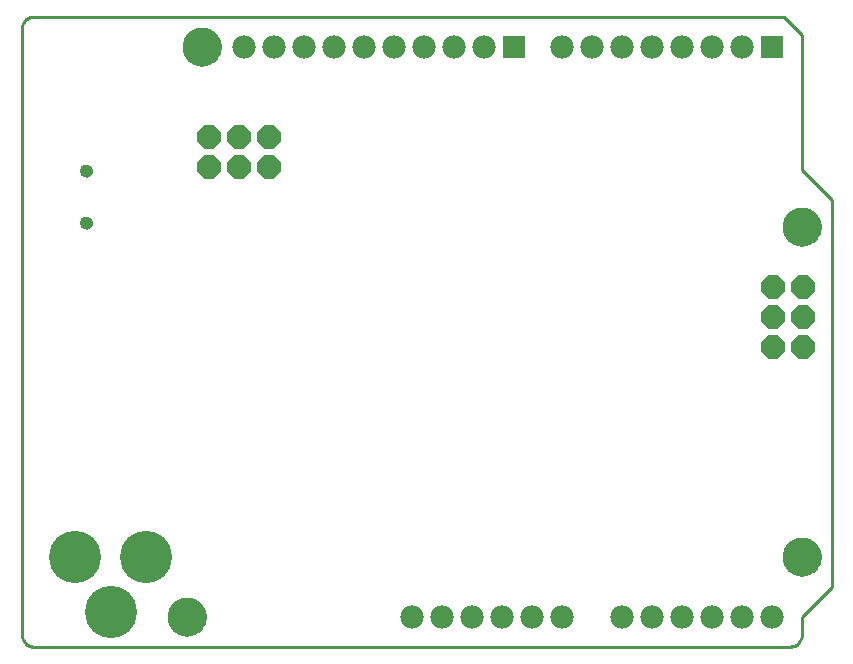
<source format=gbs>
G75*
G70*
%OFA0B0*%
%FSLAX24Y24*%
%IPPOS*%
%LPD*%
%AMOC8*
5,1,8,0,0,1.08239X$1,22.5*
%
%ADD10C,0.0000*%
%ADD11C,0.1300*%
%ADD12C,0.0100*%
%ADD13C,0.0780*%
%ADD14R,0.0780X0.0780*%
%ADD15OC8,0.0780*%
%ADD16C,0.0434*%
%ADD17C,0.1740*%
D10*
X007319Y001837D02*
X007321Y001887D01*
X007327Y001937D01*
X007337Y001986D01*
X007351Y002034D01*
X007368Y002081D01*
X007389Y002126D01*
X007414Y002170D01*
X007442Y002211D01*
X007474Y002250D01*
X007508Y002287D01*
X007545Y002321D01*
X007585Y002351D01*
X007627Y002378D01*
X007671Y002402D01*
X007717Y002423D01*
X007764Y002439D01*
X007812Y002452D01*
X007862Y002461D01*
X007911Y002466D01*
X007962Y002467D01*
X008012Y002464D01*
X008061Y002457D01*
X008110Y002446D01*
X008158Y002431D01*
X008204Y002413D01*
X008249Y002391D01*
X008292Y002365D01*
X008333Y002336D01*
X008372Y002304D01*
X008408Y002269D01*
X008440Y002231D01*
X008470Y002191D01*
X008497Y002148D01*
X008520Y002104D01*
X008539Y002058D01*
X008555Y002010D01*
X008567Y001961D01*
X008575Y001912D01*
X008579Y001862D01*
X008579Y001812D01*
X008575Y001762D01*
X008567Y001713D01*
X008555Y001664D01*
X008539Y001616D01*
X008520Y001570D01*
X008497Y001526D01*
X008470Y001483D01*
X008440Y001443D01*
X008408Y001405D01*
X008372Y001370D01*
X008333Y001338D01*
X008292Y001309D01*
X008249Y001283D01*
X008204Y001261D01*
X008158Y001243D01*
X008110Y001228D01*
X008061Y001217D01*
X008012Y001210D01*
X007962Y001207D01*
X007911Y001208D01*
X007862Y001213D01*
X007812Y001222D01*
X007764Y001235D01*
X007717Y001251D01*
X007671Y001272D01*
X007627Y001296D01*
X007585Y001323D01*
X007545Y001353D01*
X007508Y001387D01*
X007474Y001424D01*
X007442Y001463D01*
X007414Y001504D01*
X007389Y001548D01*
X007368Y001593D01*
X007351Y001640D01*
X007337Y001688D01*
X007327Y001737D01*
X007321Y001787D01*
X007319Y001837D01*
X004396Y014970D02*
X004398Y014997D01*
X004404Y015024D01*
X004413Y015050D01*
X004426Y015074D01*
X004442Y015097D01*
X004461Y015116D01*
X004483Y015133D01*
X004507Y015147D01*
X004532Y015157D01*
X004559Y015164D01*
X004586Y015167D01*
X004614Y015166D01*
X004641Y015161D01*
X004667Y015153D01*
X004691Y015141D01*
X004714Y015125D01*
X004735Y015107D01*
X004752Y015086D01*
X004767Y015062D01*
X004778Y015037D01*
X004786Y015011D01*
X004790Y014984D01*
X004790Y014956D01*
X004786Y014929D01*
X004778Y014903D01*
X004767Y014878D01*
X004752Y014854D01*
X004735Y014833D01*
X004714Y014815D01*
X004692Y014799D01*
X004667Y014787D01*
X004641Y014779D01*
X004614Y014774D01*
X004586Y014773D01*
X004559Y014776D01*
X004532Y014783D01*
X004507Y014793D01*
X004483Y014807D01*
X004461Y014824D01*
X004442Y014843D01*
X004426Y014866D01*
X004413Y014890D01*
X004404Y014916D01*
X004398Y014943D01*
X004396Y014970D01*
X004396Y016703D02*
X004398Y016730D01*
X004404Y016757D01*
X004413Y016783D01*
X004426Y016807D01*
X004442Y016830D01*
X004461Y016849D01*
X004483Y016866D01*
X004507Y016880D01*
X004532Y016890D01*
X004559Y016897D01*
X004586Y016900D01*
X004614Y016899D01*
X004641Y016894D01*
X004667Y016886D01*
X004691Y016874D01*
X004714Y016858D01*
X004735Y016840D01*
X004752Y016819D01*
X004767Y016795D01*
X004778Y016770D01*
X004786Y016744D01*
X004790Y016717D01*
X004790Y016689D01*
X004786Y016662D01*
X004778Y016636D01*
X004767Y016611D01*
X004752Y016587D01*
X004735Y016566D01*
X004714Y016548D01*
X004692Y016532D01*
X004667Y016520D01*
X004641Y016512D01*
X004614Y016507D01*
X004586Y016506D01*
X004559Y016509D01*
X004532Y016516D01*
X004507Y016526D01*
X004483Y016540D01*
X004461Y016557D01*
X004442Y016576D01*
X004426Y016599D01*
X004413Y016623D01*
X004404Y016649D01*
X004398Y016676D01*
X004396Y016703D01*
X007819Y020837D02*
X007821Y020887D01*
X007827Y020937D01*
X007837Y020986D01*
X007851Y021034D01*
X007868Y021081D01*
X007889Y021126D01*
X007914Y021170D01*
X007942Y021211D01*
X007974Y021250D01*
X008008Y021287D01*
X008045Y021321D01*
X008085Y021351D01*
X008127Y021378D01*
X008171Y021402D01*
X008217Y021423D01*
X008264Y021439D01*
X008312Y021452D01*
X008362Y021461D01*
X008411Y021466D01*
X008462Y021467D01*
X008512Y021464D01*
X008561Y021457D01*
X008610Y021446D01*
X008658Y021431D01*
X008704Y021413D01*
X008749Y021391D01*
X008792Y021365D01*
X008833Y021336D01*
X008872Y021304D01*
X008908Y021269D01*
X008940Y021231D01*
X008970Y021191D01*
X008997Y021148D01*
X009020Y021104D01*
X009039Y021058D01*
X009055Y021010D01*
X009067Y020961D01*
X009075Y020912D01*
X009079Y020862D01*
X009079Y020812D01*
X009075Y020762D01*
X009067Y020713D01*
X009055Y020664D01*
X009039Y020616D01*
X009020Y020570D01*
X008997Y020526D01*
X008970Y020483D01*
X008940Y020443D01*
X008908Y020405D01*
X008872Y020370D01*
X008833Y020338D01*
X008792Y020309D01*
X008749Y020283D01*
X008704Y020261D01*
X008658Y020243D01*
X008610Y020228D01*
X008561Y020217D01*
X008512Y020210D01*
X008462Y020207D01*
X008411Y020208D01*
X008362Y020213D01*
X008312Y020222D01*
X008264Y020235D01*
X008217Y020251D01*
X008171Y020272D01*
X008127Y020296D01*
X008085Y020323D01*
X008045Y020353D01*
X008008Y020387D01*
X007974Y020424D01*
X007942Y020463D01*
X007914Y020504D01*
X007889Y020548D01*
X007868Y020593D01*
X007851Y020640D01*
X007837Y020688D01*
X007827Y020737D01*
X007821Y020787D01*
X007819Y020837D01*
X027819Y014837D02*
X027821Y014887D01*
X027827Y014937D01*
X027837Y014986D01*
X027851Y015034D01*
X027868Y015081D01*
X027889Y015126D01*
X027914Y015170D01*
X027942Y015211D01*
X027974Y015250D01*
X028008Y015287D01*
X028045Y015321D01*
X028085Y015351D01*
X028127Y015378D01*
X028171Y015402D01*
X028217Y015423D01*
X028264Y015439D01*
X028312Y015452D01*
X028362Y015461D01*
X028411Y015466D01*
X028462Y015467D01*
X028512Y015464D01*
X028561Y015457D01*
X028610Y015446D01*
X028658Y015431D01*
X028704Y015413D01*
X028749Y015391D01*
X028792Y015365D01*
X028833Y015336D01*
X028872Y015304D01*
X028908Y015269D01*
X028940Y015231D01*
X028970Y015191D01*
X028997Y015148D01*
X029020Y015104D01*
X029039Y015058D01*
X029055Y015010D01*
X029067Y014961D01*
X029075Y014912D01*
X029079Y014862D01*
X029079Y014812D01*
X029075Y014762D01*
X029067Y014713D01*
X029055Y014664D01*
X029039Y014616D01*
X029020Y014570D01*
X028997Y014526D01*
X028970Y014483D01*
X028940Y014443D01*
X028908Y014405D01*
X028872Y014370D01*
X028833Y014338D01*
X028792Y014309D01*
X028749Y014283D01*
X028704Y014261D01*
X028658Y014243D01*
X028610Y014228D01*
X028561Y014217D01*
X028512Y014210D01*
X028462Y014207D01*
X028411Y014208D01*
X028362Y014213D01*
X028312Y014222D01*
X028264Y014235D01*
X028217Y014251D01*
X028171Y014272D01*
X028127Y014296D01*
X028085Y014323D01*
X028045Y014353D01*
X028008Y014387D01*
X027974Y014424D01*
X027942Y014463D01*
X027914Y014504D01*
X027889Y014548D01*
X027868Y014593D01*
X027851Y014640D01*
X027837Y014688D01*
X027827Y014737D01*
X027821Y014787D01*
X027819Y014837D01*
X027819Y003837D02*
X027821Y003887D01*
X027827Y003937D01*
X027837Y003986D01*
X027851Y004034D01*
X027868Y004081D01*
X027889Y004126D01*
X027914Y004170D01*
X027942Y004211D01*
X027974Y004250D01*
X028008Y004287D01*
X028045Y004321D01*
X028085Y004351D01*
X028127Y004378D01*
X028171Y004402D01*
X028217Y004423D01*
X028264Y004439D01*
X028312Y004452D01*
X028362Y004461D01*
X028411Y004466D01*
X028462Y004467D01*
X028512Y004464D01*
X028561Y004457D01*
X028610Y004446D01*
X028658Y004431D01*
X028704Y004413D01*
X028749Y004391D01*
X028792Y004365D01*
X028833Y004336D01*
X028872Y004304D01*
X028908Y004269D01*
X028940Y004231D01*
X028970Y004191D01*
X028997Y004148D01*
X029020Y004104D01*
X029039Y004058D01*
X029055Y004010D01*
X029067Y003961D01*
X029075Y003912D01*
X029079Y003862D01*
X029079Y003812D01*
X029075Y003762D01*
X029067Y003713D01*
X029055Y003664D01*
X029039Y003616D01*
X029020Y003570D01*
X028997Y003526D01*
X028970Y003483D01*
X028940Y003443D01*
X028908Y003405D01*
X028872Y003370D01*
X028833Y003338D01*
X028792Y003309D01*
X028749Y003283D01*
X028704Y003261D01*
X028658Y003243D01*
X028610Y003228D01*
X028561Y003217D01*
X028512Y003210D01*
X028462Y003207D01*
X028411Y003208D01*
X028362Y003213D01*
X028312Y003222D01*
X028264Y003235D01*
X028217Y003251D01*
X028171Y003272D01*
X028127Y003296D01*
X028085Y003323D01*
X028045Y003353D01*
X028008Y003387D01*
X027974Y003424D01*
X027942Y003463D01*
X027914Y003504D01*
X027889Y003548D01*
X027868Y003593D01*
X027851Y003640D01*
X027837Y003688D01*
X027827Y003737D01*
X027821Y003787D01*
X027819Y003837D01*
D11*
X028449Y003837D03*
X028449Y014837D03*
X008449Y020837D03*
X007949Y001837D03*
D12*
X002449Y001230D02*
X002449Y021443D01*
X002451Y021482D01*
X002457Y021520D01*
X002466Y021557D01*
X002479Y021594D01*
X002496Y021629D01*
X002515Y021662D01*
X002538Y021693D01*
X002564Y021722D01*
X002593Y021748D01*
X002624Y021771D01*
X002657Y021790D01*
X002692Y021807D01*
X002729Y021820D01*
X002766Y021829D01*
X002804Y021835D01*
X002843Y021837D01*
X027849Y021837D01*
X028449Y021237D01*
X028449Y016737D01*
X029449Y015737D01*
X029449Y002837D01*
X028449Y001837D01*
X028449Y001230D01*
X028447Y001191D01*
X028441Y001153D01*
X028432Y001116D01*
X028419Y001079D01*
X028402Y001044D01*
X028383Y001011D01*
X028360Y000980D01*
X028334Y000951D01*
X028305Y000925D01*
X028274Y000902D01*
X028241Y000883D01*
X028206Y000866D01*
X028169Y000853D01*
X028132Y000844D01*
X028094Y000838D01*
X028055Y000836D01*
X028055Y000837D02*
X002843Y000837D01*
X002843Y000836D02*
X002804Y000838D01*
X002766Y000844D01*
X002729Y000853D01*
X002692Y000866D01*
X002657Y000883D01*
X002624Y000902D01*
X002593Y000925D01*
X002564Y000951D01*
X002538Y000980D01*
X002515Y001011D01*
X002496Y001044D01*
X002479Y001079D01*
X002466Y001116D01*
X002457Y001153D01*
X002451Y001191D01*
X002449Y001230D01*
D13*
X015449Y001837D03*
X016449Y001837D03*
X017449Y001837D03*
X018449Y001837D03*
X019449Y001837D03*
X020449Y001837D03*
X022449Y001837D03*
X023449Y001837D03*
X024449Y001837D03*
X025449Y001837D03*
X026449Y001837D03*
X027449Y001837D03*
X026449Y020837D03*
X025449Y020837D03*
X024449Y020837D03*
X023449Y020837D03*
X022449Y020837D03*
X021449Y020837D03*
X020449Y020837D03*
X017849Y020837D03*
X016849Y020837D03*
X015849Y020837D03*
X014849Y020837D03*
X013849Y020837D03*
X012849Y020837D03*
X011849Y020837D03*
X010849Y020837D03*
X009849Y020837D03*
D14*
X018849Y020837D03*
X027449Y020837D03*
D15*
X027499Y012837D03*
X028499Y012837D03*
X028499Y011837D03*
X027499Y011837D03*
X027499Y010837D03*
X028499Y010837D03*
X010699Y016837D03*
X009699Y016837D03*
X008699Y016837D03*
X008699Y017837D03*
X009699Y017837D03*
X010699Y017837D03*
D16*
X004593Y016703D03*
X004593Y014970D03*
D17*
X004231Y003837D03*
X005412Y001986D03*
X006593Y003837D03*
M02*

</source>
